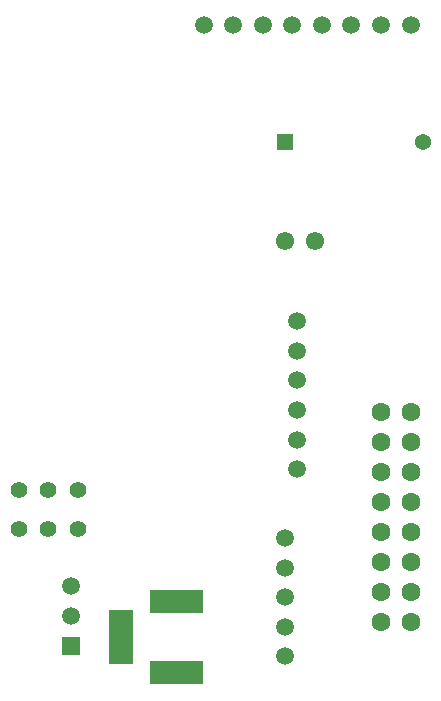
<source format=gbr>
%TF.GenerationSoftware,KiCad,Pcbnew,5.1.7-a382d34a8~88~ubuntu18.04.1*%
%TF.CreationDate,2021-03-14T12:27:23+01:00*%
%TF.ProjectId,bleskomat-v2.1.0,626c6573-6b6f-46d6-9174-2d76322e312e,test*%
%TF.SameCoordinates,Original*%
%TF.FileFunction,Soldermask,Bot*%
%TF.FilePolarity,Negative*%
%FSLAX46Y46*%
G04 Gerber Fmt 4.6, Leading zero omitted, Abs format (unit mm)*
G04 Created by KiCad (PCBNEW 5.1.7-a382d34a8~88~ubuntu18.04.1) date 2021-03-14 12:27:23*
%MOMM*%
%LPD*%
G01*
G04 APERTURE LIST*
%ADD10C,1.397102*%
%ADD11C,1.371702*%
%ADD12C,1.508102*%
%ADD13C,1.498702*%
%ADD14C,1.549502*%
%ADD15C,1.600302*%
G04 APERTURE END LIST*
%TO.C,12V DC*%
G36*
G01*
X114589949Y-128048000D02*
X114589949Y-126048000D01*
G75*
G02*
X114590000Y-126047949I51J0D01*
G01*
X119090000Y-126047949D01*
G75*
G02*
X119090051Y-126048000I0J-51D01*
G01*
X119090051Y-128048000D01*
G75*
G02*
X119090000Y-128048051I-51J0D01*
G01*
X114590000Y-128048051D01*
G75*
G02*
X114589949Y-128048000I0J51D01*
G01*
G37*
G36*
G01*
X114589949Y-134048000D02*
X114589949Y-132048000D01*
G75*
G02*
X114590000Y-132047949I51J0D01*
G01*
X119090000Y-132047949D01*
G75*
G02*
X119090051Y-132048000I0J-51D01*
G01*
X119090051Y-134048000D01*
G75*
G02*
X119090000Y-134048051I-51J0D01*
G01*
X114590000Y-134048051D01*
G75*
G02*
X114589949Y-134048000I0J51D01*
G01*
G37*
G36*
G01*
X111139949Y-132298000D02*
X111139949Y-127798000D01*
G75*
G02*
X111140000Y-127797949I51J0D01*
G01*
X113140000Y-127797949D01*
G75*
G02*
X113140051Y-127798000I0J-51D01*
G01*
X113140051Y-132298000D01*
G75*
G02*
X113140000Y-132298051I-51J0D01*
G01*
X111140000Y-132298051D01*
G75*
G02*
X111139949Y-132298000I0J51D01*
G01*
G37*
%TD*%
D10*
%TO.C,U2*%
X108458000Y-120902000D03*
X105958000Y-120902000D03*
X103458000Y-120902000D03*
X103458000Y-117602001D03*
X105958000Y-117602001D03*
X108458000Y-117602001D03*
%TD*%
D11*
%TO.C,R1*%
X137668000Y-88138000D03*
G36*
G01*
X125298149Y-88823801D02*
X125298149Y-87452199D01*
G75*
G02*
X125298199Y-87452149I50J0D01*
G01*
X126669801Y-87452149D01*
G75*
G02*
X126669851Y-87452199I0J-50D01*
G01*
X126669851Y-88823801D01*
G75*
G02*
X126669801Y-88823851I-50J0D01*
G01*
X125298199Y-88823851D01*
G75*
G02*
X125298149Y-88823801I0J50D01*
G01*
G37*
%TD*%
D12*
%TO.C,PS1*%
X107914000Y-125730000D03*
X107914000Y-128270000D03*
G36*
G01*
X108668000Y-131564051D02*
X107160000Y-131564051D01*
G75*
G02*
X107159949Y-131564000I0J51D01*
G01*
X107159949Y-130056000D01*
G75*
G02*
X107160000Y-130055949I51J0D01*
G01*
X108668000Y-130055949D01*
G75*
G02*
X108668051Y-130056000I0J-51D01*
G01*
X108668051Y-131564000D01*
G75*
G02*
X108668000Y-131564051I-51J0D01*
G01*
G37*
%TD*%
D13*
%TO.C,J6*%
X125984000Y-131666488D03*
X125984000Y-129166366D03*
X125984000Y-126666244D03*
X125984000Y-124166122D03*
X125984000Y-121666000D03*
%TD*%
D14*
%TO.C,J4*%
X126024000Y-96520000D03*
X128524000Y-96520000D03*
%TD*%
D15*
%TO.C,J3*%
X136652000Y-128778000D03*
X134112000Y-128778000D03*
X136652000Y-126238000D03*
X134112000Y-126238000D03*
X136652000Y-123698000D03*
X134112000Y-123698000D03*
X136652000Y-121158000D03*
X134112000Y-121158000D03*
X136652000Y-118618000D03*
X134112000Y-118618000D03*
X136652000Y-116078000D03*
X134112000Y-116078000D03*
X136652000Y-113538000D03*
X134112000Y-113538000D03*
X136652000Y-110998000D03*
X134112000Y-110998000D03*
%TD*%
D13*
%TO.C,J2*%
X136626000Y-78232000D03*
X134126000Y-78232000D03*
X131626000Y-78232000D03*
X129126000Y-78232000D03*
X126626000Y-78232000D03*
X124126000Y-78232000D03*
X121626000Y-78232000D03*
X119126000Y-78232000D03*
%TD*%
%TO.C,J1*%
X127000000Y-103324002D03*
X127000000Y-105824000D03*
X127000000Y-108324000D03*
X127000000Y-110824000D03*
X127000000Y-113324000D03*
X127000000Y-115824000D03*
%TD*%
M02*

</source>
